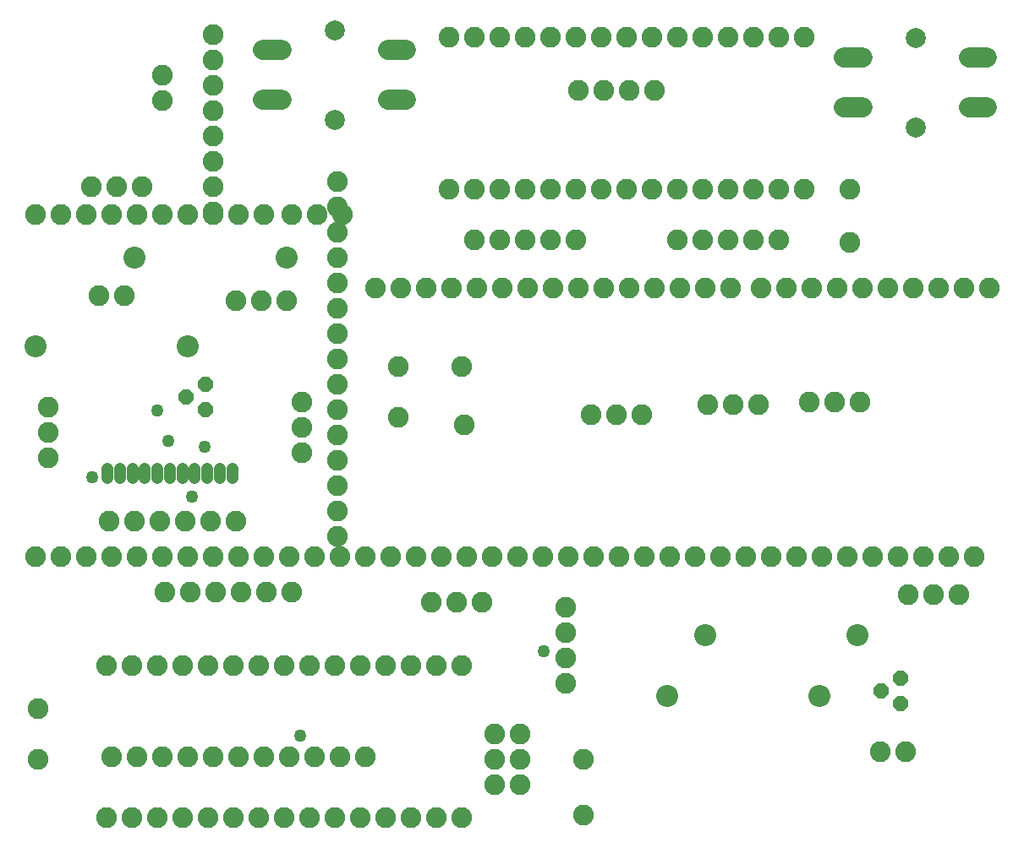
<source format=gbr>
G04 EAGLE Gerber RS-274X export*
G75*
%MOMM*%
%FSLAX34Y34*%
%LPD*%
%INSoldermask Top*%
%IPPOS*%
%AMOC8*
5,1,8,0,0,1.08239X$1,22.5*%
G01*
%ADD10C,2.082800*%
%ADD11C,1.993900*%
%ADD12C,2.006600*%
%ADD13C,1.211200*%
%ADD14P,1.649562X8X112.500000*%
%ADD15C,2.203200*%
%ADD16C,1.270000*%


D10*
X444500Y182880D03*
X419100Y182880D03*
X393700Y182880D03*
X368300Y182880D03*
X342900Y182880D03*
X317500Y182880D03*
X292100Y182880D03*
X266700Y182880D03*
X241300Y182880D03*
X215900Y182880D03*
X190500Y182880D03*
X165100Y182880D03*
X139700Y182880D03*
X114300Y182880D03*
X88900Y182880D03*
X88900Y30480D03*
X114300Y30480D03*
X139700Y30480D03*
X165100Y30480D03*
X190500Y30480D03*
X215900Y30480D03*
X241300Y30480D03*
X266700Y30480D03*
X292100Y30480D03*
X317500Y30480D03*
X342900Y30480D03*
X368300Y30480D03*
X393700Y30480D03*
X419100Y30480D03*
X444500Y30480D03*
X548640Y241300D03*
X548640Y215900D03*
X548640Y190500D03*
X548640Y165100D03*
X566420Y88900D03*
X566420Y33020D03*
X20320Y139700D03*
X20320Y88900D03*
X431800Y660400D03*
X457200Y660400D03*
X482600Y660400D03*
X508000Y660400D03*
X533400Y660400D03*
X558800Y660400D03*
X584200Y660400D03*
X609600Y660400D03*
X635000Y660400D03*
X660400Y660400D03*
X685800Y660400D03*
X711200Y660400D03*
X736600Y660400D03*
X762000Y660400D03*
X787400Y660400D03*
X787400Y812800D03*
X762000Y812800D03*
X736600Y812800D03*
X711200Y812800D03*
X685800Y812800D03*
X660400Y812800D03*
X635000Y812800D03*
X609600Y812800D03*
X584200Y812800D03*
X558800Y812800D03*
X533400Y812800D03*
X508000Y812800D03*
X482600Y812800D03*
X457200Y812800D03*
X431800Y812800D03*
X457200Y609600D03*
X482600Y609600D03*
X508000Y609600D03*
X533400Y609600D03*
X558800Y609600D03*
X660400Y609600D03*
X685800Y609600D03*
X711200Y609600D03*
X736600Y609600D03*
X762000Y609600D03*
D11*
X388938Y799592D02*
X371031Y799592D01*
X263970Y799592D02*
X246063Y799592D01*
X371031Y749808D02*
X388938Y749808D01*
X263970Y749808D02*
X246063Y749808D01*
D12*
X317500Y819658D03*
X317500Y729742D03*
D11*
X827723Y742188D02*
X845630Y742188D01*
X952691Y742188D02*
X970598Y742188D01*
X845630Y791972D02*
X827723Y791972D01*
X952691Y791972D02*
X970598Y791972D01*
D12*
X899160Y722122D03*
X899160Y812038D03*
D10*
X347980Y91440D03*
X322580Y91440D03*
X297180Y91440D03*
X271780Y91440D03*
X246380Y91440D03*
X220980Y91440D03*
X195580Y91440D03*
X170180Y91440D03*
X144780Y91440D03*
X119380Y91440D03*
X93980Y91440D03*
X358140Y561340D03*
X383540Y561340D03*
X408940Y561340D03*
X434340Y561340D03*
X459740Y561340D03*
X485140Y561340D03*
X510540Y561340D03*
X535940Y561340D03*
X561340Y561340D03*
X586740Y561340D03*
X612140Y561340D03*
X637540Y561340D03*
X662940Y561340D03*
X688340Y561340D03*
X713740Y561340D03*
X93980Y292100D03*
X119380Y292100D03*
X144780Y292100D03*
X170180Y292100D03*
X195580Y292100D03*
X220980Y292100D03*
X246380Y292100D03*
X271780Y292100D03*
X297180Y292100D03*
X322580Y292100D03*
X347980Y292100D03*
X373380Y292100D03*
X398780Y292100D03*
X424180Y292100D03*
X449580Y292100D03*
X843280Y447040D03*
X817880Y447040D03*
X792480Y447040D03*
X17780Y292100D03*
X43180Y292100D03*
X68580Y292100D03*
X274320Y635000D03*
X299720Y635000D03*
X325120Y635000D03*
X741680Y444500D03*
X716280Y444500D03*
X690880Y444500D03*
X124460Y662940D03*
X99060Y662940D03*
X73660Y662940D03*
X500380Y292100D03*
X525780Y292100D03*
X551180Y292100D03*
X624840Y434340D03*
X599440Y434340D03*
X574040Y434340D03*
X601980Y292100D03*
X576580Y292100D03*
X144780Y774700D03*
X144780Y749300D03*
X320040Y312420D03*
X320040Y337820D03*
X320040Y363220D03*
X320040Y388620D03*
X320040Y414020D03*
X320040Y439420D03*
X320040Y464820D03*
X320040Y490220D03*
X320040Y515620D03*
X320040Y541020D03*
X320040Y566420D03*
X320040Y591820D03*
X320040Y617220D03*
X320040Y642620D03*
X320040Y668020D03*
X833120Y660400D03*
X833120Y607060D03*
X957580Y292100D03*
X932180Y292100D03*
X906780Y292100D03*
X881380Y292100D03*
X855980Y292100D03*
X830580Y292100D03*
X805180Y292100D03*
X779780Y292100D03*
X754380Y292100D03*
X728980Y292100D03*
X703580Y292100D03*
X678180Y292100D03*
X652780Y292100D03*
X627380Y292100D03*
X744220Y561340D03*
X769620Y561340D03*
X795020Y561340D03*
X820420Y561340D03*
X845820Y561340D03*
X871220Y561340D03*
X896620Y561340D03*
X922020Y561340D03*
X947420Y561340D03*
X972820Y561340D03*
X637540Y759460D03*
X612140Y759460D03*
X586740Y759460D03*
X561340Y759460D03*
X381000Y482600D03*
X381000Y431800D03*
D13*
X214900Y380380D02*
X214900Y370300D01*
X202400Y370300D02*
X202400Y380380D01*
X189900Y380380D02*
X189900Y370300D01*
X177400Y370300D02*
X177400Y380380D01*
X164900Y380380D02*
X164900Y370300D01*
X152400Y370300D02*
X152400Y380380D01*
X139900Y380380D02*
X139900Y370300D01*
X127400Y370300D02*
X127400Y380380D01*
X114900Y380380D02*
X114900Y370300D01*
X102400Y370300D02*
X102400Y380380D01*
X89900Y380380D02*
X89900Y370300D01*
D10*
X218440Y327660D03*
X193040Y327660D03*
X167640Y327660D03*
X142240Y327660D03*
X116840Y327660D03*
X91440Y327660D03*
X284480Y396240D03*
X284480Y421640D03*
X284480Y447040D03*
X30480Y441960D03*
X30480Y416560D03*
X30480Y391160D03*
X106680Y553720D03*
X81280Y553720D03*
X269240Y548640D03*
X243840Y548640D03*
X218440Y548640D03*
X17780Y635000D03*
X43180Y635000D03*
X68580Y635000D03*
X93980Y635000D03*
X119380Y635000D03*
X144780Y635000D03*
X170180Y635000D03*
X195580Y635000D03*
X220980Y635000D03*
X246380Y635000D03*
X195580Y637540D03*
X195580Y662940D03*
X195580Y688340D03*
X195580Y713740D03*
X195580Y739140D03*
X195580Y764540D03*
X195580Y789940D03*
X195580Y815340D03*
X444500Y482600D03*
X447040Y424180D03*
X274320Y256540D03*
X248920Y256540D03*
X223520Y256540D03*
X198120Y256540D03*
X172720Y256540D03*
X147320Y256540D03*
D14*
X883920Y170180D03*
X864870Y157480D03*
X883920Y144780D03*
D15*
X650240Y152400D03*
X802640Y152400D03*
D14*
X187960Y464820D03*
X168910Y452120D03*
X187960Y439420D03*
D15*
X17780Y502920D03*
X170180Y502920D03*
X269240Y591820D03*
X116840Y591820D03*
D10*
X474980Y292100D03*
X477520Y114300D03*
X477520Y88900D03*
X477520Y63500D03*
X502920Y63500D03*
X502920Y88900D03*
X502920Y114300D03*
X863600Y96520D03*
X889000Y96520D03*
D15*
X840740Y213360D03*
X688340Y213360D03*
D10*
X942340Y254000D03*
X916940Y254000D03*
X891540Y254000D03*
X464820Y246380D03*
X439420Y246380D03*
X414020Y246380D03*
D16*
X527050Y196850D03*
X282575Y112713D03*
X174625Y352425D03*
X74613Y371475D03*
X139700Y438150D03*
X150813Y407988D03*
X187325Y401638D03*
M02*

</source>
